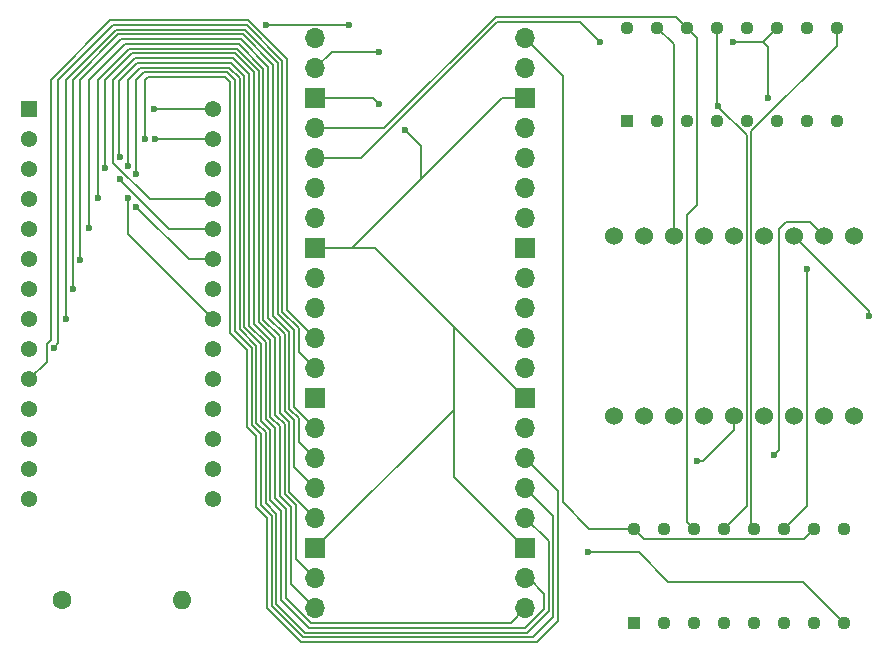
<source format=gbr>
%TF.GenerationSoftware,KiCad,Pcbnew,8.0.0*%
%TF.CreationDate,2025-04-21T08:56:31-05:00*%
%TF.ProjectId,drako-cyberstorm,6472616b-6f2d-4637-9962-657273746f72,2*%
%TF.SameCoordinates,Original*%
%TF.FileFunction,Copper,L2,Bot*%
%TF.FilePolarity,Positive*%
%FSLAX46Y46*%
G04 Gerber Fmt 4.6, Leading zero omitted, Abs format (unit mm)*
G04 Created by KiCad (PCBNEW 8.0.0) date 2025-04-21 08:56:31*
%MOMM*%
%LPD*%
G01*
G04 APERTURE LIST*
%TA.AperFunction,ComponentPad*%
%ADD10C,1.600000*%
%TD*%
%TA.AperFunction,ComponentPad*%
%ADD11O,1.600000X1.600000*%
%TD*%
%TA.AperFunction,ComponentPad*%
%ADD12R,1.130000X1.130000*%
%TD*%
%TA.AperFunction,ComponentPad*%
%ADD13C,1.130000*%
%TD*%
%TA.AperFunction,ComponentPad*%
%ADD14R,1.378000X1.378000*%
%TD*%
%TA.AperFunction,ComponentPad*%
%ADD15C,1.378000*%
%TD*%
%TA.AperFunction,ComponentPad*%
%ADD16O,1.700000X1.700000*%
%TD*%
%TA.AperFunction,ComponentPad*%
%ADD17R,1.700000X1.700000*%
%TD*%
%TA.AperFunction,ComponentPad*%
%ADD18C,1.524000*%
%TD*%
%TA.AperFunction,ViaPad*%
%ADD19C,0.600000*%
%TD*%
%TA.AperFunction,Conductor*%
%ADD20C,0.200000*%
%TD*%
G04 APERTURE END LIST*
D10*
%TO.P,R1,1*%
%TO.N,Net-(Dual-7-Seg1-GND_{1})*%
X80670000Y-99250000D03*
D11*
%TO.P,R1,2*%
%TO.N,Net-(U2-GND)*%
X90830000Y-99250000D03*
%TD*%
D12*
%TO.P,U3,1,QB*%
%TO.N,Net-(Dual-7-Seg1-B_{1})*%
X128550000Y-58757500D03*
D13*
%TO.P,U3,2,QC*%
%TO.N,Net-(Dual-7-Seg1-C_{1})*%
X131090000Y-58757500D03*
%TO.P,U3,3,QD*%
%TO.N,Net-(Dual-7-Seg1-D_{1})*%
X133630000Y-58757500D03*
%TO.P,U3,4,QE*%
%TO.N,Net-(Dual-7-Seg1-E_{1})*%
X136170000Y-58757500D03*
%TO.P,U3,5,QF*%
%TO.N,Net-(Dual-7-Seg1-F_{1})*%
X138710000Y-58757500D03*
%TO.P,U3,6,QG*%
%TO.N,Net-(Dual-7-Seg1-G_{1})*%
X141250000Y-58757500D03*
%TO.P,U3,7,QH*%
%TO.N,Net-(Dual-7-Seg1-DP_{1})*%
X143790000Y-58757500D03*
%TO.P,U3,8,GND*%
%TO.N,Net-(U2-GND)*%
X146330000Y-58757500D03*
%TO.P,U3,9,QH'*%
%TO.N,Net-(U3-QH')*%
X146330000Y-50817500D03*
%TO.P,U3,10,~{SRCLR}*%
%TO.N,Net-(U1-VBUS)*%
X143790000Y-50817500D03*
%TO.P,U3,11,SRCLK*%
%TO.N,/DATA3*%
X141250000Y-50817500D03*
%TO.P,U3,12,RCLK*%
%TO.N,/DATA1*%
X138710000Y-50817500D03*
%TO.P,U3,13,~{OE}*%
%TO.N,Net-(U1-GPIO27_ADC1)*%
X136170000Y-50817500D03*
%TO.P,U3,14,SER*%
%TO.N,/DATA2*%
X133630000Y-50817500D03*
%TO.P,U3,15,QA*%
%TO.N,Net-(Dual-7-Seg1-A_{1})*%
X131090000Y-50817500D03*
%TO.P,U3,16,VCC*%
%TO.N,Net-(U1-VBUS)*%
X128550000Y-50817500D03*
%TD*%
D14*
%TO.P,U2,1*%
%TO.N,N/C*%
X77942500Y-57740000D03*
D15*
%TO.P,U2,2,A12*%
%TO.N,/A12*%
X77942500Y-60280000D03*
%TO.P,U2,3,A7*%
%TO.N,/A7*%
X77942500Y-62820000D03*
%TO.P,U2,4,A6*%
%TO.N,/A6*%
X77942500Y-65360000D03*
%TO.P,U2,5,A5*%
%TO.N,/A5*%
X77942500Y-67900000D03*
%TO.P,U2,6,A4*%
%TO.N,/A4*%
X77942500Y-70440000D03*
%TO.P,U2,7,A3*%
%TO.N,/A3*%
X77942500Y-72980000D03*
%TO.P,U2,8,A2*%
%TO.N,/A2*%
X77942500Y-75520000D03*
%TO.P,U2,9,A1*%
%TO.N,/A1*%
X77942500Y-78060000D03*
%TO.P,U2,10,A0*%
%TO.N,/A0*%
X77942500Y-80600000D03*
%TO.P,U2,11,I/O0*%
%TO.N,/DATA0*%
X77942500Y-83140000D03*
%TO.P,U2,12,I/O1*%
%TO.N,/DATA1*%
X77942500Y-85680000D03*
%TO.P,U2,13,I/O2*%
%TO.N,/DATA2*%
X77942500Y-88220000D03*
%TO.P,U2,14,GND*%
%TO.N,Net-(U2-GND)*%
X77942500Y-90760000D03*
%TO.P,U2,15,I/O3*%
%TO.N,/DATA3*%
X93500000Y-90760000D03*
%TO.P,U2,16,I/O4*%
%TO.N,/DATA4*%
X93500000Y-88220000D03*
%TO.P,U2,17,I/O5*%
%TO.N,/DATA5*%
X93500000Y-85680000D03*
%TO.P,U2,18,I/O6*%
%TO.N,/DATA6*%
X93500000Y-83140000D03*
%TO.P,U2,19,I/O7*%
%TO.N,/DATA7*%
X93500000Y-80600000D03*
%TO.P,U2,20,~{CE}*%
%TO.N,Net-(U1-GPIO21)*%
X93500000Y-78060000D03*
%TO.P,U2,21,A10*%
%TO.N,/A10*%
X93500000Y-75520000D03*
%TO.P,U2,22,~{OE}*%
%TO.N,Net-(U1-GPIO22)*%
X93500000Y-72980000D03*
%TO.P,U2,23,A11*%
%TO.N,/A11*%
X93500000Y-70440000D03*
%TO.P,U2,24,A9*%
%TO.N,/A9*%
X93500000Y-67900000D03*
%TO.P,U2,25,A8*%
%TO.N,/A8*%
X93500000Y-65360000D03*
%TO.P,U2,26*%
%TO.N,N/C*%
X93500000Y-62820000D03*
%TO.P,U2,27,~{WE}*%
%TO.N,Net-(U1-GPIO26_ADC0)*%
X93500000Y-60280000D03*
%TO.P,U2,28,VCC*%
%TO.N,Net-(U1-VBUS)*%
X93500000Y-57740000D03*
%TD*%
D12*
%TO.P,U4,1,QB*%
%TO.N,Net-(Dual-7-Seg1-B_{2})*%
X129110000Y-101197500D03*
D13*
%TO.P,U4,2,QC*%
%TO.N,Net-(Dual-7-Seg1-C_{2})*%
X131650000Y-101197500D03*
%TO.P,U4,3,QD*%
%TO.N,Net-(Dual-7-Seg1-D_{2})*%
X134190000Y-101197500D03*
%TO.P,U4,4,QE*%
%TO.N,Net-(Dual-7-Seg1-E_{2})*%
X136730000Y-101197500D03*
%TO.P,U4,5,QF*%
%TO.N,Net-(Dual-7-Seg1-F_{2})*%
X139270000Y-101197500D03*
%TO.P,U4,6,QG*%
%TO.N,Net-(Dual-7-Seg1-G_{2})*%
X141810000Y-101197500D03*
%TO.P,U4,7,QH*%
%TO.N,Net-(Dual-7-Seg1-DP_{2})*%
X144350000Y-101197500D03*
%TO.P,U4,8,GND*%
%TO.N,Net-(U2-GND)*%
X146890000Y-101197500D03*
%TO.P,U4,9,QH'*%
%TO.N,unconnected-(U4-QH'-Pad9)*%
X146890000Y-93257500D03*
%TO.P,U4,10,~{SRCLR}*%
%TO.N,Net-(U1-VBUS)*%
X144350000Y-93257500D03*
%TO.P,U4,11,SRCLK*%
%TO.N,/DATA3*%
X141810000Y-93257500D03*
%TO.P,U4,12,RCLK*%
%TO.N,Net-(U3-QH')*%
X139270000Y-93257500D03*
%TO.P,U4,13,~{OE}*%
%TO.N,Net-(U1-GPIO27_ADC1)*%
X136730000Y-93257500D03*
%TO.P,U4,14,SER*%
%TO.N,/DATA2*%
X134190000Y-93257500D03*
%TO.P,U4,15,QA*%
%TO.N,Net-(Dual-7-Seg1-A_{2})*%
X131650000Y-93257500D03*
%TO.P,U4,16,VCC*%
%TO.N,Net-(U1-VBUS)*%
X129110000Y-93257500D03*
%TD*%
D16*
%TO.P,U1,1,GPIO0*%
%TO.N,/DATA0*%
X102160000Y-51730000D03*
%TO.P,U1,2,GPIO1*%
%TO.N,/DATA1*%
X102160000Y-54270000D03*
D17*
%TO.P,U1,3,GND*%
%TO.N,Net-(U2-GND)*%
X102160000Y-56810000D03*
D16*
%TO.P,U1,4,GPIO2*%
%TO.N,/DATA2*%
X102160000Y-59350000D03*
%TO.P,U1,5,GPIO3*%
%TO.N,/DATA3*%
X102160000Y-61890000D03*
%TO.P,U1,6,GPIO4*%
%TO.N,/DATA4*%
X102160000Y-64430000D03*
%TO.P,U1,7,GPIO5*%
%TO.N,/DATA5*%
X102160000Y-66970000D03*
D17*
%TO.P,U1,8,GND*%
%TO.N,Net-(U2-GND)*%
X102160000Y-69510000D03*
D16*
%TO.P,U1,9,GPIO6*%
%TO.N,/DATA6*%
X102160000Y-72050000D03*
%TO.P,U1,10,GPIO7*%
%TO.N,/DATA7*%
X102160000Y-74590000D03*
%TO.P,U1,11,GPIO8*%
%TO.N,/A0*%
X102160000Y-77130000D03*
%TO.P,U1,12,GPIO9*%
%TO.N,/A1*%
X102160000Y-79670000D03*
D17*
%TO.P,U1,13,GND*%
%TO.N,unconnected-(U1-GND-Pad13)*%
X102160000Y-82210000D03*
D16*
%TO.P,U1,14,GPIO10*%
%TO.N,/A2*%
X102160000Y-84750000D03*
%TO.P,U1,15,GPIO11*%
%TO.N,/A3*%
X102160000Y-87290000D03*
%TO.P,U1,16,GPIO12*%
%TO.N,/A4*%
X102160000Y-89830000D03*
%TO.P,U1,17,GPIO13*%
%TO.N,/A5*%
X102160000Y-92370000D03*
D17*
%TO.P,U1,18,GND*%
%TO.N,Net-(U2-GND)*%
X102160000Y-94910000D03*
D16*
%TO.P,U1,19,GPIO14*%
%TO.N,/A6*%
X102160000Y-97450000D03*
%TO.P,U1,20,GPIO15*%
%TO.N,/A7*%
X102160000Y-99990000D03*
%TO.P,U1,21,GPIO16*%
%TO.N,/A8*%
X119940000Y-99990000D03*
%TO.P,U1,22,GPIO17*%
%TO.N,/A9*%
X119940000Y-97450000D03*
D17*
%TO.P,U1,23,GND*%
%TO.N,Net-(U2-GND)*%
X119940000Y-94910000D03*
D16*
%TO.P,U1,24,GPIO18*%
%TO.N,/A10*%
X119940000Y-92370000D03*
%TO.P,U1,25,GPIO19*%
%TO.N,/A11*%
X119940000Y-89830000D03*
%TO.P,U1,26,GPIO20*%
%TO.N,/A12*%
X119940000Y-87290000D03*
%TO.P,U1,27,GPIO21*%
%TO.N,Net-(U1-GPIO21)*%
X119940000Y-84750000D03*
D17*
%TO.P,U1,28,GND*%
%TO.N,Net-(U2-GND)*%
X119940000Y-82210000D03*
D16*
%TO.P,U1,29,GPIO22*%
%TO.N,Net-(U1-GPIO22)*%
X119940000Y-79670000D03*
%TO.P,U1,30,RUN*%
%TO.N,unconnected-(U1-RUN-Pad30)*%
X119940000Y-77130000D03*
%TO.P,U1,31,GPIO26_ADC0*%
%TO.N,Net-(U1-GPIO26_ADC0)*%
X119940000Y-74590000D03*
%TO.P,U1,32,GPIO27_ADC1*%
%TO.N,Net-(U1-GPIO27_ADC1)*%
X119940000Y-72050000D03*
D17*
%TO.P,U1,33,AGND*%
%TO.N,unconnected-(U1-AGND-Pad33)*%
X119940000Y-69510000D03*
D16*
%TO.P,U1,34,GPIO28_ADC2*%
%TO.N,unconnected-(U1-GPIO28_ADC2-Pad34)*%
X119940000Y-66970000D03*
%TO.P,U1,35,ADC_VREF*%
%TO.N,unconnected-(U1-ADC_VREF-Pad35)*%
X119940000Y-64430000D03*
%TO.P,U1,36,3V3*%
%TO.N,unconnected-(U1-3V3-Pad36)*%
X119940000Y-61890000D03*
%TO.P,U1,37,3V3_EN*%
%TO.N,unconnected-(U1-3V3_EN-Pad37)*%
X119940000Y-59350000D03*
D17*
%TO.P,U1,38,GND*%
%TO.N,Net-(U2-GND)*%
X119940000Y-56810000D03*
D16*
%TO.P,U1,39,VSYS*%
%TO.N,unconnected-(U1-VSYS-Pad39)*%
X119940000Y-54270000D03*
%TO.P,U1,40,VBUS*%
%TO.N,Net-(U1-VBUS)*%
X119940000Y-51730000D03*
%TD*%
D18*
%TO.P,Dual-7-Seg1,1,E_{1}*%
%TO.N,Net-(Dual-7-Seg1-E_{1})*%
X127440000Y-83720000D03*
%TO.P,Dual-7-Seg1,2,D_{1}*%
%TO.N,Net-(Dual-7-Seg1-D_{1})*%
X129980000Y-83720000D03*
%TO.P,Dual-7-Seg1,3,C_{1}*%
%TO.N,Net-(Dual-7-Seg1-C_{1})*%
X132520000Y-83720000D03*
%TO.P,Dual-7-Seg1,4,DP_{1}*%
%TO.N,Net-(Dual-7-Seg1-DP_{1})*%
X135060000Y-83720000D03*
%TO.P,Dual-7-Seg1,5,E_{2}*%
%TO.N,Net-(Dual-7-Seg1-E_{2})*%
X137600000Y-83720000D03*
%TO.P,Dual-7-Seg1,6,D_{2}*%
%TO.N,Net-(Dual-7-Seg1-D_{2})*%
X140140000Y-83720000D03*
%TO.P,Dual-7-Seg1,7,G_{2}*%
%TO.N,Net-(Dual-7-Seg1-G_{2})*%
X142680000Y-83720000D03*
%TO.P,Dual-7-Seg1,8,C_{2}*%
%TO.N,Net-(Dual-7-Seg1-C_{2})*%
X145220000Y-83720000D03*
%TO.P,Dual-7-Seg1,9,DP_{2}*%
%TO.N,Net-(Dual-7-Seg1-DP_{2})*%
X147760000Y-83720000D03*
%TO.P,Dual-7-Seg1,10,B_{2}*%
%TO.N,Net-(Dual-7-Seg1-B_{2})*%
X147760000Y-68480000D03*
%TO.P,Dual-7-Seg1,11,A_{2}*%
%TO.N,Net-(Dual-7-Seg1-A_{2})*%
X145220000Y-68480000D03*
%TO.P,Dual-7-Seg1,12,F_{2}*%
%TO.N,Net-(Dual-7-Seg1-F_{2})*%
X142680000Y-68480000D03*
%TO.P,Dual-7-Seg1,13,GND_{2}*%
%TO.N,Net-(Dual-7-Seg1-GND_{1})*%
X140140000Y-68480000D03*
%TO.P,Dual-7-Seg1,14,GND_{1}*%
X137600000Y-68480000D03*
%TO.P,Dual-7-Seg1,15,B_{1}*%
%TO.N,Net-(Dual-7-Seg1-B_{1})*%
X135060000Y-68480000D03*
%TO.P,Dual-7-Seg1,16,A_{1}*%
%TO.N,Net-(Dual-7-Seg1-A_{1})*%
X132520000Y-68480000D03*
%TO.P,Dual-7-Seg1,17,G_{1}*%
%TO.N,Net-(Dual-7-Seg1-G_{1})*%
X129980000Y-68480000D03*
%TO.P,Dual-7-Seg1,18,F_{1}*%
%TO.N,Net-(Dual-7-Seg1-F_{1})*%
X127440000Y-68480000D03*
%TD*%
D19*
%TO.N,Net-(U1-VBUS)*%
X98000000Y-50580000D03*
X105019942Y-50569404D03*
X88500000Y-57750000D03*
%TO.N,Net-(U1-GPIO27_ADC1)*%
X136250000Y-57500000D03*
%TO.N,Net-(U2-GND)*%
X125250000Y-95250000D03*
X107500000Y-57250000D03*
X109750000Y-59500000D03*
%TO.N,Net-(Dual-7-Seg1-A_{2})*%
X141000000Y-87000000D03*
%TO.N,Net-(Dual-7-Seg1-E_{2})*%
X134500000Y-87500000D03*
%TO.N,Net-(Dual-7-Seg1-F_{2})*%
X149000000Y-75250000D03*
%TO.N,/DATA1*%
X107510172Y-52894395D03*
%TO.N,/DATA3*%
X143750000Y-71250000D03*
X137500000Y-52000000D03*
X126250000Y-52000000D03*
X140500000Y-56750000D03*
%TO.N,/A1*%
X80000000Y-77957500D03*
%TO.N,/A5*%
X83000000Y-67750000D03*
%TO.N,/A12*%
X87750000Y-60250000D03*
%TO.N,/A7*%
X84350000Y-62750000D03*
%TO.N,/A3*%
X81600000Y-72957500D03*
%TO.N,/A11*%
X87000000Y-66000000D03*
X87000000Y-63250000D03*
%TO.N,/A9*%
X85600000Y-61775001D03*
X85575735Y-63674265D03*
%TO.N,/A10*%
X86250000Y-65250000D03*
X86250000Y-62500000D03*
%TO.N,/A2*%
X81000000Y-75457500D03*
%TO.N,/A4*%
X82250000Y-70500000D03*
%TO.N,/A6*%
X83750000Y-65250000D03*
%TO.N,Net-(U1-GPIO26_ADC0)*%
X88550003Y-60250000D03*
%TD*%
D20*
%TO.N,Net-(U1-VBUS)*%
X129110000Y-93257500D02*
X129975000Y-94122500D01*
X129975000Y-94122500D02*
X143485000Y-94122500D01*
X125357500Y-93257500D02*
X123100000Y-91000000D01*
X105009346Y-50580000D02*
X105019942Y-50569404D01*
X98000000Y-50580000D02*
X105009346Y-50580000D01*
X93500000Y-57740000D02*
X88510000Y-57740000D01*
X88510000Y-57740000D02*
X88500000Y-57750000D01*
X123100000Y-91000000D02*
X123100000Y-54890000D01*
X123100000Y-54890000D02*
X119940000Y-51730000D01*
X143485000Y-94122500D02*
X144350000Y-93257500D01*
X129110000Y-93257500D02*
X125357500Y-93257500D01*
%TO.N,Net-(U1-GPIO27_ADC1)*%
X136730000Y-93257500D02*
X138662000Y-91325500D01*
X136250000Y-57500000D02*
X136170000Y-57420000D01*
X138662000Y-59932795D02*
X136250000Y-57520795D01*
X136250000Y-57520795D02*
X136250000Y-57500000D01*
X136229205Y-57500000D02*
X136170000Y-57440795D01*
X136170000Y-57420000D02*
X136170000Y-50817500D01*
X136250000Y-57500000D02*
X136229205Y-57500000D01*
X138662000Y-91325500D02*
X138662000Y-59932795D01*
%TO.N,Net-(U2-GND)*%
X109750000Y-59500000D02*
X111125000Y-60875000D01*
X105240000Y-69510000D02*
X111125000Y-63625000D01*
X102160000Y-56810000D02*
X107060000Y-56810000D01*
X111125000Y-63625000D02*
X117940000Y-56810000D01*
X143442500Y-97750000D02*
X141750000Y-97750000D01*
X146890000Y-101197500D02*
X143442500Y-97750000D01*
X129526346Y-95250000D02*
X125250000Y-95250000D01*
X113865000Y-83205000D02*
X113865000Y-88835000D01*
X141750000Y-97750000D02*
X132026346Y-97750000D01*
X117940000Y-56810000D02*
X119940000Y-56810000D01*
X113865000Y-88835000D02*
X119940000Y-94910000D01*
X105240000Y-69510000D02*
X107240000Y-69510000D01*
X107060000Y-56810000D02*
X107500000Y-57250000D01*
X132026346Y-97750000D02*
X129526346Y-95250000D01*
X107240000Y-69510000D02*
X113865000Y-76135000D01*
X113865000Y-83205000D02*
X113865000Y-76135000D01*
X113865000Y-76135000D02*
X119940000Y-82210000D01*
X102160000Y-94910000D02*
X113865000Y-83205000D01*
X111125000Y-60875000D02*
X111125000Y-63625000D01*
X102160000Y-69510000D02*
X105240000Y-69510000D01*
%TO.N,Net-(Dual-7-Seg1-A_{2})*%
X142000000Y-67250000D02*
X143990000Y-67250000D01*
X141000000Y-87000000D02*
X141407159Y-86592841D01*
X141407159Y-67842841D02*
X142000000Y-67250000D01*
X143990000Y-67250000D02*
X145220000Y-68480000D01*
X141407159Y-86592841D02*
X141407159Y-67842841D01*
%TO.N,Net-(Dual-7-Seg1-E_{2})*%
X134500000Y-87500000D02*
X135000000Y-87500000D01*
X137600000Y-84900000D02*
X137600000Y-83720000D01*
X135000000Y-87500000D02*
X137600000Y-84900000D01*
%TO.N,Net-(Dual-7-Seg1-A_{1})*%
X131090000Y-50817500D02*
X132520000Y-52247500D01*
X132520000Y-52247500D02*
X132520000Y-68480000D01*
%TO.N,Net-(Dual-7-Seg1-F_{2})*%
X149000000Y-75250000D02*
X149000000Y-74800000D01*
X149000000Y-74800000D02*
X142680000Y-68480000D01*
%TO.N,/DATA2*%
X133625000Y-92692500D02*
X133625000Y-66713000D01*
X134190000Y-93257500D02*
X133625000Y-92692500D01*
X133625000Y-66713000D02*
X134500000Y-65838000D01*
X134500000Y-65838000D02*
X134500000Y-51687500D01*
X134500000Y-51687500D02*
X133630000Y-50817500D01*
X117415686Y-49900000D02*
X107965686Y-59350000D01*
X107965686Y-59350000D02*
X102160000Y-59350000D01*
X133630000Y-50817500D02*
X132712500Y-49900000D01*
X132712500Y-49900000D02*
X117415686Y-49900000D01*
%TO.N,/DATA1*%
X107495777Y-52880000D02*
X107510172Y-52894395D01*
X103550000Y-52880000D02*
X107495777Y-52880000D01*
X102160000Y-54270000D02*
X103550000Y-52880000D01*
%TO.N,/DATA3*%
X137500000Y-52000000D02*
X140067500Y-52000000D01*
X102160000Y-61890000D02*
X105991372Y-61890000D01*
X140500000Y-56750000D02*
X140500000Y-52432500D01*
X141810000Y-93257500D02*
X143742000Y-91325500D01*
X124565686Y-50315686D02*
X126250000Y-52000000D01*
X140067500Y-52000000D02*
X141250000Y-50817500D01*
X105991372Y-61890000D02*
X117565686Y-50315686D01*
X143750000Y-71250000D02*
X143742000Y-71258000D01*
X117565686Y-50315686D02*
X124565686Y-50315686D01*
X140500000Y-52432500D02*
X140067500Y-52000000D01*
X143742000Y-91325500D02*
X143750000Y-71250000D01*
%TO.N,/A1*%
X80400000Y-55250000D02*
X80400000Y-77557500D01*
X96322535Y-50600000D02*
X85050000Y-50600000D01*
X85050000Y-50600000D02*
X80400000Y-55250000D01*
X100750000Y-76285686D02*
X99350000Y-74885686D01*
X102160000Y-79660000D02*
X100750000Y-78250000D01*
X100750000Y-78250000D02*
X100750000Y-76285686D01*
X99350000Y-74885686D02*
X99350000Y-53627463D01*
X102160000Y-79670000D02*
X102160000Y-79660000D01*
X80400000Y-77557500D02*
X80000000Y-77957500D01*
X99350000Y-53627463D02*
X96322535Y-50600000D01*
%TO.N,/A5*%
X97750000Y-75548426D02*
X99150000Y-76948427D01*
X99950000Y-90160000D02*
X102160000Y-92370000D01*
X95659795Y-52200000D02*
X97749996Y-54290198D01*
X97749996Y-54290198D02*
X97750000Y-56500000D01*
X99150000Y-83437055D02*
X99950000Y-84237057D01*
X83000000Y-55250000D02*
X86050000Y-52200000D01*
X99150000Y-76948427D02*
X99150000Y-83437055D01*
X83000000Y-67750000D02*
X83000000Y-55250000D01*
X99950000Y-84237057D02*
X99950000Y-90160000D01*
X86050000Y-52200000D02*
X95659795Y-52200000D01*
X97750000Y-56500000D02*
X97750000Y-75548426D01*
%TO.N,/A12*%
X98050000Y-99931370D02*
X98050000Y-92331372D01*
X94950000Y-55450000D02*
X94500000Y-55000000D01*
X122700000Y-101050000D02*
X120900000Y-102850000D01*
X97150000Y-91431370D02*
X97150000Y-85396852D01*
X96350000Y-78108224D02*
X94950000Y-76708221D01*
X94500000Y-55000000D02*
X88000000Y-55000000D01*
X87750000Y-55250000D02*
X87750000Y-60250000D01*
X98050000Y-92331372D02*
X97150000Y-91431370D01*
X122700000Y-90050000D02*
X122700000Y-101050000D01*
X120900000Y-102850000D02*
X100968628Y-102850000D01*
X97150000Y-85396852D02*
X96350000Y-84596850D01*
X119940000Y-87290000D02*
X122700000Y-90050000D01*
X94950000Y-76708221D02*
X94950000Y-55450000D01*
X88000000Y-55000000D02*
X87750000Y-55250000D01*
X96350000Y-84596850D02*
X96350000Y-78108224D01*
X100968628Y-102850000D02*
X98050000Y-99931370D01*
%TO.N,/A7*%
X98350000Y-83768425D02*
X99150000Y-84568426D01*
X95328425Y-53000000D02*
X96949998Y-54621570D01*
X99150000Y-90491370D02*
X100100000Y-91441372D01*
X84350000Y-55250000D02*
X86600000Y-53000000D01*
X98350000Y-77279799D02*
X98350000Y-83768425D01*
X99150000Y-84568426D02*
X99150000Y-90491370D01*
X84350000Y-62750000D02*
X84350000Y-55250000D01*
X96950000Y-75879796D02*
X98350000Y-77279799D01*
X100100000Y-97930000D02*
X102160000Y-99990000D01*
X96949998Y-54621570D02*
X96950000Y-75879796D01*
X86600000Y-53000000D02*
X95328425Y-53000000D01*
X100100000Y-91441372D02*
X100100000Y-97930000D01*
%TO.N,/A3*%
X99950000Y-76617056D02*
X99950000Y-83105685D01*
X98550000Y-53958835D02*
X98550000Y-75217056D01*
X81600000Y-72957500D02*
X81600000Y-55215686D01*
X95991165Y-51400000D02*
X98550000Y-53958835D01*
X99950000Y-83105685D02*
X100750000Y-83905685D01*
X85415686Y-51400000D02*
X95991165Y-51400000D01*
X100750000Y-83905685D02*
X100750000Y-85880000D01*
X98550000Y-75217056D02*
X99950000Y-76617056D01*
X100750000Y-85880000D02*
X102160000Y-87290000D01*
X81600000Y-55215686D02*
X85415686Y-51400000D01*
%TO.N,/A11*%
X119940000Y-89830000D02*
X122300000Y-92190000D01*
X91440000Y-70440000D02*
X93500000Y-70440000D01*
X98450000Y-99765685D02*
X98450000Y-92165686D01*
X97550000Y-91265685D02*
X97550000Y-85231167D01*
X87000000Y-55250000D02*
X87000000Y-63250000D01*
X122300000Y-92190000D02*
X122300000Y-100700000D01*
X96750000Y-77942539D02*
X95350000Y-76542536D01*
X122300000Y-100700000D02*
X120550000Y-102450000D01*
X95350000Y-76542536D02*
X95350000Y-55284314D01*
X87650000Y-54600000D02*
X87000000Y-55250000D01*
X120550000Y-102450000D02*
X101134314Y-102450000D01*
X94665685Y-54600000D02*
X87650000Y-54600000D01*
X101134314Y-102450000D02*
X98450000Y-99765685D01*
X96750000Y-84431165D02*
X96750000Y-77942539D01*
X87000000Y-66000000D02*
X91440000Y-70440000D01*
X97550000Y-85231167D02*
X96750000Y-84431165D01*
X98450000Y-92165686D02*
X97550000Y-91265685D01*
X95350000Y-55284314D02*
X94665685Y-54600000D01*
%TO.N,/A9*%
X85575735Y-63674265D02*
X85575735Y-63727206D01*
X121500000Y-98750000D02*
X121500000Y-100056346D01*
X89748529Y-67900000D02*
X93500000Y-67900000D01*
X121500000Y-100056346D02*
X119906346Y-101650000D01*
X85575735Y-63727206D02*
X89748529Y-67900000D01*
X120200000Y-97450000D02*
X121500000Y-98750000D01*
X96149999Y-54952942D02*
X94997055Y-53800000D01*
X101627968Y-101650000D02*
X99250000Y-99272032D01*
X85500000Y-55315686D02*
X85500000Y-61675001D01*
X96150000Y-76211166D02*
X96149999Y-54952942D01*
X98350000Y-90850000D02*
X98350000Y-84899797D01*
X98350000Y-84899797D02*
X97550000Y-84099795D01*
X85500000Y-61675001D02*
X85600000Y-61775001D01*
X99250000Y-91750000D02*
X98350000Y-90850000D01*
X99250000Y-99272032D02*
X99250000Y-91750000D01*
X87015686Y-53800000D02*
X85500000Y-55315686D01*
X97550000Y-84099795D02*
X97550000Y-77611167D01*
X119906346Y-101650000D02*
X101627968Y-101650000D01*
X119940000Y-97450000D02*
X120200000Y-97450000D01*
X97550000Y-77611167D02*
X96150000Y-76211166D01*
X94997055Y-53800000D02*
X87015686Y-53800000D01*
%TO.N,/A10*%
X97150000Y-77776853D02*
X97150000Y-84265480D01*
X98850000Y-99600000D02*
X101300000Y-102050000D01*
X95750000Y-55118628D02*
X95750000Y-76376851D01*
X86250000Y-62500000D02*
X86250000Y-55250000D01*
X121900000Y-100222032D02*
X121900000Y-94330000D01*
X86250000Y-55250000D02*
X87300000Y-54200000D01*
X97950000Y-85065482D02*
X97950000Y-91100000D01*
X98850000Y-92000000D02*
X98850000Y-99600000D01*
X94831370Y-54200000D02*
X95750000Y-55118628D01*
X121900000Y-94330000D02*
X119940000Y-92370000D01*
X101300000Y-102050000D02*
X120072031Y-102050000D01*
X97950000Y-91100000D02*
X98850000Y-92000000D01*
X86250000Y-65250000D02*
X86250000Y-68270000D01*
X87300000Y-54200000D02*
X94831370Y-54200000D01*
X97150000Y-84265480D02*
X97950000Y-85065482D01*
X120072031Y-102050000D02*
X121900000Y-100222032D01*
X86250000Y-68270000D02*
X93500000Y-75520000D01*
X95750000Y-76376851D02*
X97150000Y-77776853D01*
%TO.N,/A8*%
X96550000Y-76045481D02*
X97950000Y-77445481D01*
X99700000Y-91607057D02*
X99700000Y-99156346D01*
X85000000Y-62250000D02*
X85000000Y-55250000D01*
X93500000Y-65360000D02*
X88110000Y-65360000D01*
X99700000Y-99156346D02*
X101793654Y-101250000D01*
X96549998Y-54787256D02*
X96550000Y-76045481D01*
X85000000Y-55250000D02*
X86850000Y-53400000D01*
X97950000Y-77445481D02*
X97950000Y-83934110D01*
X95162742Y-53400000D02*
X96549998Y-54787256D01*
X88110000Y-65360000D02*
X85000000Y-62250000D01*
X86850000Y-53400000D02*
X95162742Y-53400000D01*
X101793654Y-101250000D02*
X118680000Y-101250000D01*
X118680000Y-101250000D02*
X119940000Y-99990000D01*
X98750000Y-90657055D02*
X99700000Y-91607057D01*
X98750000Y-84734112D02*
X98750000Y-90657055D01*
X97950000Y-83934110D02*
X98750000Y-84734112D01*
%TO.N,/A0*%
X79400000Y-77600000D02*
X79400000Y-79142500D01*
X79400000Y-79142500D02*
X77942500Y-80600000D01*
X84800000Y-50200000D02*
X79750000Y-55250000D01*
X79750000Y-55250000D02*
X79750000Y-77250000D01*
X102160000Y-77130000D02*
X99750000Y-74720000D01*
X99750000Y-74720000D02*
X99750000Y-53461777D01*
X79750000Y-77250000D02*
X79400000Y-77600000D01*
X96488223Y-50200000D02*
X84800000Y-50200000D01*
X99750000Y-53461777D02*
X96488223Y-50200000D01*
%TO.N,/A2*%
X100350000Y-76451371D02*
X100350000Y-82940000D01*
X96156851Y-51000000D02*
X85250000Y-51000000D01*
X81000000Y-75457500D02*
X81000000Y-55250000D01*
X98950000Y-75051371D02*
X100350000Y-76451371D01*
X98950000Y-53793149D02*
X98950000Y-75051371D01*
X85250000Y-51000000D02*
X81000000Y-55250000D01*
X96156851Y-51000000D02*
X98950000Y-53793149D01*
X100350000Y-82940000D02*
X102160000Y-84750000D01*
%TO.N,/A4*%
X98149996Y-54124512D02*
X98150000Y-56500000D01*
X100350000Y-88020000D02*
X102160000Y-89830000D01*
X100350000Y-84071371D02*
X100350000Y-88020000D01*
X85700000Y-51800000D02*
X82250000Y-55250000D01*
X95825480Y-51800000D02*
X85700000Y-51800000D01*
X95825480Y-51800000D02*
X98149996Y-54124512D01*
X99550000Y-76782741D02*
X99550000Y-83271370D01*
X82250000Y-70500000D02*
X82250000Y-55250000D01*
X98150000Y-75382741D02*
X99550000Y-76782741D01*
X99550000Y-83271370D02*
X100350000Y-84071371D01*
X98150000Y-56500000D02*
X98150000Y-75382741D01*
%TO.N,/A6*%
X99550000Y-90325685D02*
X100500000Y-91275686D01*
X86399999Y-52600001D02*
X95494110Y-52600000D01*
X97350000Y-56500000D02*
X97350000Y-75714111D01*
X97349997Y-54455884D02*
X97350000Y-56500000D01*
X95494110Y-52600000D02*
X97349997Y-54455884D01*
X83750000Y-55250000D02*
X86399999Y-52600001D01*
X98750000Y-77114113D02*
X98750000Y-83602740D01*
X100500000Y-95790000D02*
X102160000Y-97450000D01*
X98750000Y-83602740D02*
X99550000Y-84402740D01*
X97350000Y-75714111D02*
X98750000Y-77114113D01*
X83750000Y-65250000D02*
X83750000Y-55250000D01*
X99550000Y-84402740D02*
X99550000Y-90325685D01*
X100500000Y-91275686D02*
X100500000Y-95790000D01*
%TO.N,Net-(U1-GPIO26_ADC0)*%
X88580003Y-60280000D02*
X88550003Y-60250000D01*
X93500000Y-60280000D02*
X88580003Y-60280000D01*
%TO.N,Net-(U3-QH')*%
X139078000Y-59612795D02*
X146330000Y-52360795D01*
X139078000Y-93065500D02*
X139078000Y-59612795D01*
X146330000Y-52360795D02*
X146330000Y-50817500D01*
X139270000Y-93257500D02*
X139078000Y-93065500D01*
%TD*%
M02*

</source>
